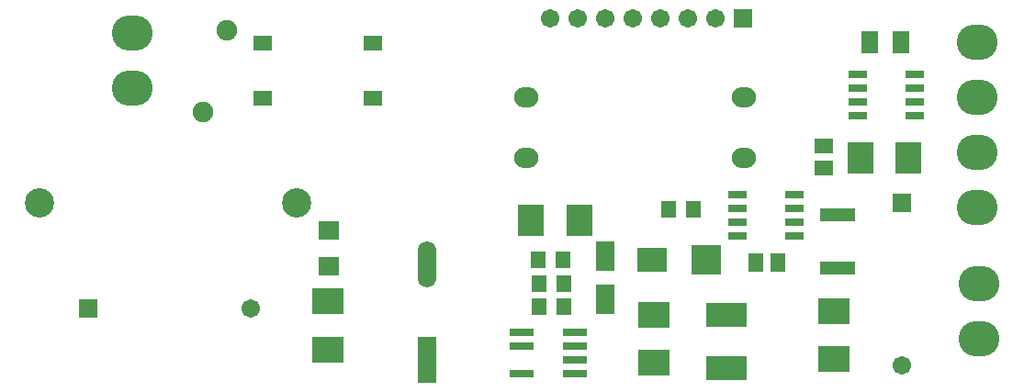
<source format=gts>
G04 Layer_Color=8388736*
%FSLAX44Y44*%
%MOMM*%
G71*
G01*
G75*
%ADD51R,2.3622X2.9462*%
%ADD52R,2.9462X2.3622*%
%ADD53R,1.7272X0.7112*%
%ADD54R,3.2032X1.2032*%
%ADD55R,1.4732X1.8034*%
%ADD56R,1.5032X2.0532*%
%ADD57R,1.8034X1.4732*%
%ADD58R,1.4732X1.6002*%
%ADD59R,1.8542X1.7272*%
%ADD60R,1.8032X1.4031*%
%ADD61R,1.7032X2.7032*%
%ADD62R,3.7032X2.2032*%
%ADD63R,2.2032X0.8032*%
%ADD64R,1.7032X4.2672*%
%ADD65O,1.7032X4.2672*%
%ADD66R,2.7032X2.7032*%
%ADD67R,2.7032X2.2032*%
%ADD68C,1.7032*%
%ADD69R,1.7032X1.7032*%
%ADD70O,2.2352X1.8542*%
%ADD71O,3.7592X3.2512*%
%ADD72R,1.7032X1.7032*%
%ADD73C,2.7032*%
%ADD74C,1.9032*%
D51*
X777744Y-147828D02*
D03*
X821944D02*
D03*
X474468Y-205486D02*
D03*
X518668D02*
D03*
D52*
X753872Y-289556D02*
D03*
Y-333756D02*
D03*
X287020Y-280414D02*
D03*
Y-324614D02*
D03*
X587248Y-337060D02*
D03*
Y-292860D02*
D03*
D53*
X664591Y-181610D02*
D03*
Y-194310D02*
D03*
Y-207010D02*
D03*
Y-219710D02*
D03*
X716661D02*
D03*
Y-207010D02*
D03*
Y-194310D02*
D03*
Y-181610D02*
D03*
X827659Y-109474D02*
D03*
Y-96774D02*
D03*
Y-84074D02*
D03*
Y-71374D02*
D03*
X775589D02*
D03*
Y-84074D02*
D03*
Y-96774D02*
D03*
Y-109474D02*
D03*
D54*
X757174Y-200936D02*
D03*
Y-249936D02*
D03*
D55*
X701802Y-244602D02*
D03*
X681482D02*
D03*
D56*
X786362Y-41402D02*
D03*
X815362D02*
D03*
D57*
X743966Y-157226D02*
D03*
Y-136906D02*
D03*
D58*
X503682Y-242316D02*
D03*
X480822D02*
D03*
X481330Y-285242D02*
D03*
X504190D02*
D03*
X481330Y-263906D02*
D03*
X504190D02*
D03*
X624078Y-195834D02*
D03*
X601218D02*
D03*
D59*
X288036Y-248158D02*
D03*
Y-215138D02*
D03*
D60*
X226568Y-42418D02*
D03*
Y-93218D02*
D03*
X328168D02*
D03*
Y-42418D02*
D03*
D61*
X542290Y-238318D02*
D03*
Y-278318D02*
D03*
D62*
X654574Y-293040D02*
D03*
Y-342040D02*
D03*
D63*
X465466Y-308864D02*
D03*
Y-321564D02*
D03*
Y-346964D02*
D03*
X514466Y-308864D02*
D03*
Y-321564D02*
D03*
Y-334264D02*
D03*
Y-346964D02*
D03*
D64*
X378206Y-334010D02*
D03*
D65*
Y-246380D02*
D03*
D66*
X635870Y-241808D02*
D03*
D67*
X585870D02*
D03*
D68*
X816102Y-339414D02*
D03*
X492252Y-19558D02*
D03*
X517652D02*
D03*
X543052D02*
D03*
X568452D02*
D03*
X593852D02*
D03*
X619252D02*
D03*
X644652D02*
D03*
X216224Y-287274D02*
D03*
D69*
X816102Y-189414D02*
D03*
D70*
X470230Y-148082D02*
D03*
X670230D02*
D03*
X470230Y-91948D02*
D03*
X670230D02*
D03*
D71*
X887222Y-314452D02*
D03*
Y-263652D02*
D03*
X885190Y-193548D02*
D03*
Y-41148D02*
D03*
Y-91948D02*
D03*
Y-142748D02*
D03*
X106680Y-83566D02*
D03*
Y-32766D02*
D03*
D72*
X670052Y-19558D02*
D03*
X66224Y-287274D02*
D03*
D73*
X258196Y-189738D02*
D03*
X20696D02*
D03*
D74*
X171450Y-105410D02*
D03*
X193450Y-30410D02*
D03*
M02*

</source>
